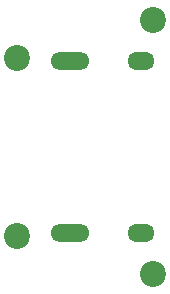
<source format=gbr>
%TF.GenerationSoftware,KiCad,Pcbnew,8.99.0-344-gfbc433deaa*%
%TF.CreationDate,2024-04-11T02:15:13-04:00*%
%TF.ProjectId,typeA,74797065-412e-46b6-9963-61645f706362,rev?*%
%TF.SameCoordinates,Original*%
%TF.FileFunction,Soldermask,Bot*%
%TF.FilePolarity,Negative*%
%FSLAX46Y46*%
G04 Gerber Fmt 4.6, Leading zero omitted, Abs format (unit mm)*
G04 Created by KiCad (PCBNEW 8.99.0-344-gfbc433deaa) date 2024-04-11 02:15:13*
%MOMM*%
%LPD*%
G01*
G04 APERTURE LIST*
%ADD10O,3.300000X1.500000*%
%ADD11O,2.300000X1.500000*%
%ADD12C,2.200000*%
G04 APERTURE END LIST*
D10*
%TO.C,J1*%
X174755000Y-90750000D03*
X174755000Y-105250000D03*
D11*
X180715000Y-90750000D03*
X180715000Y-105250000D03*
%TD*%
D12*
%TO.C,REF\u002A\u002A*%
X181750000Y-108750000D03*
%TD*%
%TO.C,REF\u002A\u002A*%
X181750000Y-87250000D03*
%TD*%
%TO.C,REF\u002A\u002A*%
X170250000Y-90500000D03*
%TD*%
%TO.C,REF\u002A\u002A*%
X170250000Y-105500000D03*
%TD*%
M02*

</source>
